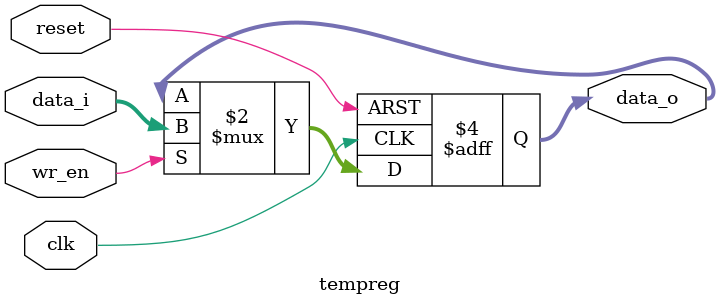
<source format=v>
`timescale 1ns/1ps

module tempreg #(
    parameter bitw = 32
) (
    input wire clk,
    input wire reset,
    input wire [bitw-1:0] data_i,
    output reg [bitw-1:0] data_o,
    input wire wr_en
);
    always @(posedge clk or posedge reset) begin
        if (reset) data_o <= 0;
        else if (wr_en) begin
            data_o <= data_i;
        end
    end
    
endmodule

</source>
